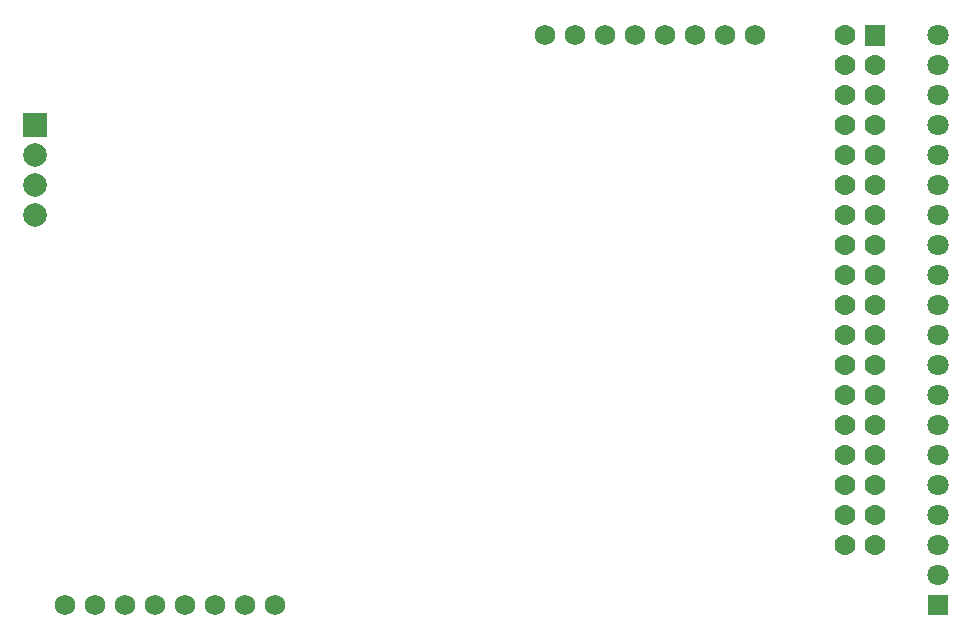
<source format=gbs>
G04 Layer: BottomSolderMaskLayer*
G04 EasyEDA v6.5.3, 2022-04-04 14:49:07*
G04 cbda9177925744229a5c16aaf3607e86,be635ba5e1a24524a6f9dddda72dafc0,10*
G04 Gerber Generator version 0.2*
G04 Scale: 100 percent, Rotated: No, Reflected: No *
G04 Dimensions in millimeters *
G04 leading zeros omitted , absolute positions ,4 integer and 5 decimal *
%FSLAX45Y45*%
%MOMM*%

%ADD21C,2.0032*%
%ADD22C,1.8032*%
%ADD23R,1.8032X1.8032*%
%ADD24C,1.7272*%
%ADD25C,1.7732*%

%LPD*%
G36*
X-90270076Y64923924D02*
G01*
X-90270076Y65124076D01*
X-90069924Y65124076D01*
X-90069924Y64923924D01*
G37*
D21*
G01*
X-90170000Y64770000D03*
G01*
X-90170000Y64516000D03*
G01*
X-90170000Y64262000D03*
D22*
G01*
X-82524600Y65786000D03*
G01*
X-82524600Y65532000D03*
G01*
X-82524600Y65278000D03*
G01*
X-82524600Y65024000D03*
G01*
X-82524600Y64770000D03*
G01*
X-82524600Y64516000D03*
G01*
X-82524600Y64262000D03*
G01*
X-82524600Y64008000D03*
G01*
X-82524600Y63754000D03*
G01*
X-82524600Y63500000D03*
G01*
X-82524600Y63246000D03*
G01*
X-82524600Y62992000D03*
G01*
X-82524600Y62738000D03*
G01*
X-82524600Y62484000D03*
G01*
X-82524600Y62230000D03*
G01*
X-82524600Y61976000D03*
G01*
X-82524600Y61722000D03*
G01*
X-82524600Y61468000D03*
G01*
X-82524600Y61214000D03*
D23*
G01*
X-82524600Y60960000D03*
D24*
G01*
X-84074000Y65786000D03*
G01*
X-84328000Y65786000D03*
G01*
X-84582000Y65786000D03*
G01*
X-84836000Y65786000D03*
G01*
X-85090000Y65786000D03*
G01*
X-85344000Y65786000D03*
G01*
X-85598000Y65786000D03*
G01*
X-85852000Y65786000D03*
G01*
X-88138000Y60960000D03*
G01*
X-88392000Y60960000D03*
G01*
X-88646000Y60960000D03*
G01*
X-88900000Y60960000D03*
G01*
X-89154000Y60960000D03*
G01*
X-89408000Y60960000D03*
G01*
X-89662000Y60960000D03*
G01*
X-89916000Y60960000D03*
D25*
G01*
X-83312000Y65786000D03*
G36*
X-83146646Y65697354D02*
G01*
X-83146646Y65874646D01*
X-82969354Y65874646D01*
X-82969354Y65697354D01*
G37*
G01*
X-83058000Y65532000D03*
G01*
X-83312000Y65532000D03*
G01*
X-83058000Y65278000D03*
G01*
X-83312000Y65278000D03*
G01*
X-83058000Y65024000D03*
G01*
X-83312000Y65024000D03*
G01*
X-83058000Y64770000D03*
G01*
X-83312000Y64770000D03*
G01*
X-83058000Y64516000D03*
G01*
X-83312000Y64516000D03*
G01*
X-83058000Y64262000D03*
G01*
X-83312000Y64262000D03*
G01*
X-83058000Y64008000D03*
G01*
X-83312000Y64008000D03*
G01*
X-83058000Y63754000D03*
G01*
X-83312000Y63754000D03*
G01*
X-83058000Y63500000D03*
G01*
X-83312000Y63500000D03*
G01*
X-83058000Y63246000D03*
G01*
X-83312000Y63246000D03*
G01*
X-83058000Y62992000D03*
G01*
X-83312000Y62992000D03*
G01*
X-83058000Y62738000D03*
G01*
X-83312000Y62738000D03*
G01*
X-83058000Y62484000D03*
G01*
X-83312000Y62484000D03*
G01*
X-83058000Y62230000D03*
G01*
X-83312000Y62230000D03*
G01*
X-83058000Y61976000D03*
G01*
X-83312000Y61976000D03*
G01*
X-83058000Y61722000D03*
G01*
X-83312000Y61722000D03*
G01*
X-83058000Y61468000D03*
G01*
X-83312000Y61468000D03*
M02*

</source>
